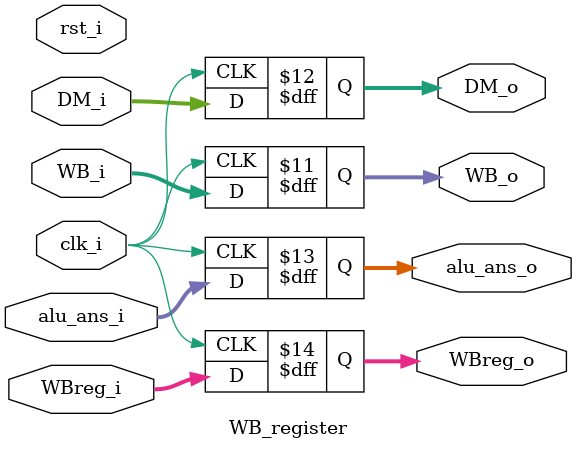
<source format=v>
module WB_register (clk_i, rst_i, WB_i, DM_i, alu_ans_i, WBreg_i, WB_o, DM_o, alu_ans_o, WBreg_o);

	input clk_i;
	input rst_i;
	input [1:0] WB_i;
	input [31:0] DM_i;
	input [31:0] alu_ans_i;
	input [4:0] WBreg_i;
	
	output reg [1:0] WB_o;
	output reg [31:0] DM_o;
	output reg [31:0] alu_ans_o;
	output reg [4:0] WBreg_o;

	always@(posedge clk_i)
	begin
		if (!rst_i)
		begin
			WB_o <= WB_i;
			DM_o <= DM_i;
			alu_ans_o <= alu_ans_i;
			WBreg_o <= WBreg_i;
		end
		else
		begin
			WB_o <= WB_i;
			DM_o <= DM_i;
			alu_ans_o <= alu_ans_i;
			WBreg_o <= WBreg_i;
		end
	end

endmodule

</source>
